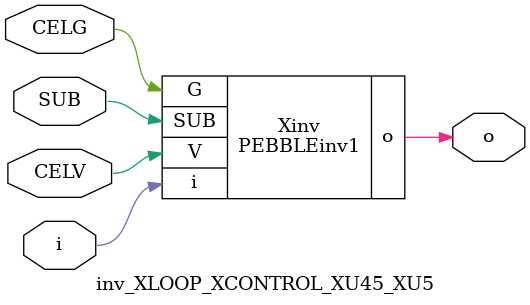
<source format=v>



module PEBBLEinv1 ( o, G, SUB, V, i );

  input V;
  input i;
  input G;
  output o;
  input SUB;
endmodule

//Celera Confidential Do Not Copy inv_XLOOP_XCONTROL_XU45_XU5
//Celera Confidential Symbol Generator
//5V Inverter
module inv_XLOOP_XCONTROL_XU45_XU5 (CELV,CELG,i,o,SUB);
input CELV;
input CELG;
input i;
input SUB;
output o;

//Celera Confidential Do Not Copy inv
PEBBLEinv1 Xinv(
.V (CELV),
.i (i),
.o (o),
.SUB (SUB),
.G (CELG)
);
//,diesize,PEBBLEinv1

//Celera Confidential Do Not Copy Module End
//Celera Schematic Generator
endmodule

</source>
